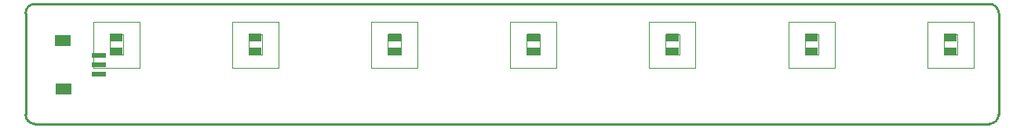
<source format=gbp>
G04 Layer_Color=128*
%FSLAX42Y42*%
%MOMM*%
G71*
G01*
G75*
%ADD12C,0.25*%
%ADD13C,0.10*%
%ADD17R,1.80X1.20*%
%ADD18R,1.50X0.60*%
%ADD19R,1.35X0.95*%
D12*
X10400Y0D02*
G03*
X10500Y100I0J100D01*
G01*
Y1200D02*
G03*
X10400Y1300I-100J0D01*
G01*
X100D02*
G03*
X0Y1200I0J-100D01*
G01*
Y100D02*
G03*
X100Y0I100J0D01*
G01*
Y1300D02*
X10400D01*
X10500Y100D02*
Y1200D01*
X0Y100D02*
Y1200D01*
X100Y0D02*
X10400D01*
D13*
X907Y970D02*
X1052D01*
X907Y750D02*
X1052D01*
X907D02*
Y970D01*
X1052Y750D02*
Y970D01*
X2408D02*
X2552D01*
X2408Y750D02*
X2552D01*
X2408D02*
Y970D01*
X2552Y750D02*
Y970D01*
X3908D02*
X4053D01*
X3908Y750D02*
X4053D01*
X3908D02*
Y970D01*
X4053Y750D02*
Y970D01*
X5408D02*
X5553D01*
X5408Y750D02*
X5553D01*
X5408D02*
Y970D01*
X5553Y750D02*
Y970D01*
X6907D02*
X7053D01*
X6907Y750D02*
X7053D01*
X6907D02*
Y970D01*
X7053Y750D02*
Y970D01*
X8407D02*
X8553D01*
X8407Y750D02*
X8553D01*
X8407D02*
Y970D01*
X8553Y750D02*
Y970D01*
X9907D02*
X10053D01*
X9907Y750D02*
X10053D01*
X9907D02*
Y970D01*
X10053Y750D02*
Y970D01*
X10230Y610D02*
Y1110D01*
X9730Y610D02*
Y1110D01*
X10230D01*
X9730Y610D02*
X10230D01*
X8730D02*
Y1110D01*
X8230Y610D02*
Y1110D01*
X8730D01*
X8230Y610D02*
X8730D01*
X7230D02*
Y1110D01*
X6730Y610D02*
Y1110D01*
X7230D01*
X6730Y610D02*
X7230D01*
X5730D02*
Y1110D01*
X5230Y610D02*
Y1110D01*
X5730D01*
X5230Y610D02*
X5730D01*
X4230D02*
Y1110D01*
X3730Y610D02*
Y1110D01*
X4230D01*
X3730Y610D02*
X4230D01*
X2730D02*
Y1110D01*
X2230Y610D02*
Y1110D01*
X2730D01*
X2230Y610D02*
X2730D01*
X1230D02*
Y1110D01*
X730Y610D02*
Y1110D01*
X1230D01*
X730Y610D02*
X1230D01*
D17*
X410Y380D02*
D03*
X400Y900D02*
D03*
D18*
X790Y540D02*
D03*
Y640D02*
D03*
Y740D02*
D03*
D19*
X980Y940D02*
D03*
Y780D02*
D03*
X2480Y940D02*
D03*
Y780D02*
D03*
X3980Y940D02*
D03*
Y780D02*
D03*
X5480Y940D02*
D03*
Y780D02*
D03*
X6980Y940D02*
D03*
Y780D02*
D03*
X8480Y940D02*
D03*
Y780D02*
D03*
X9980Y940D02*
D03*
Y780D02*
D03*
M02*

</source>
